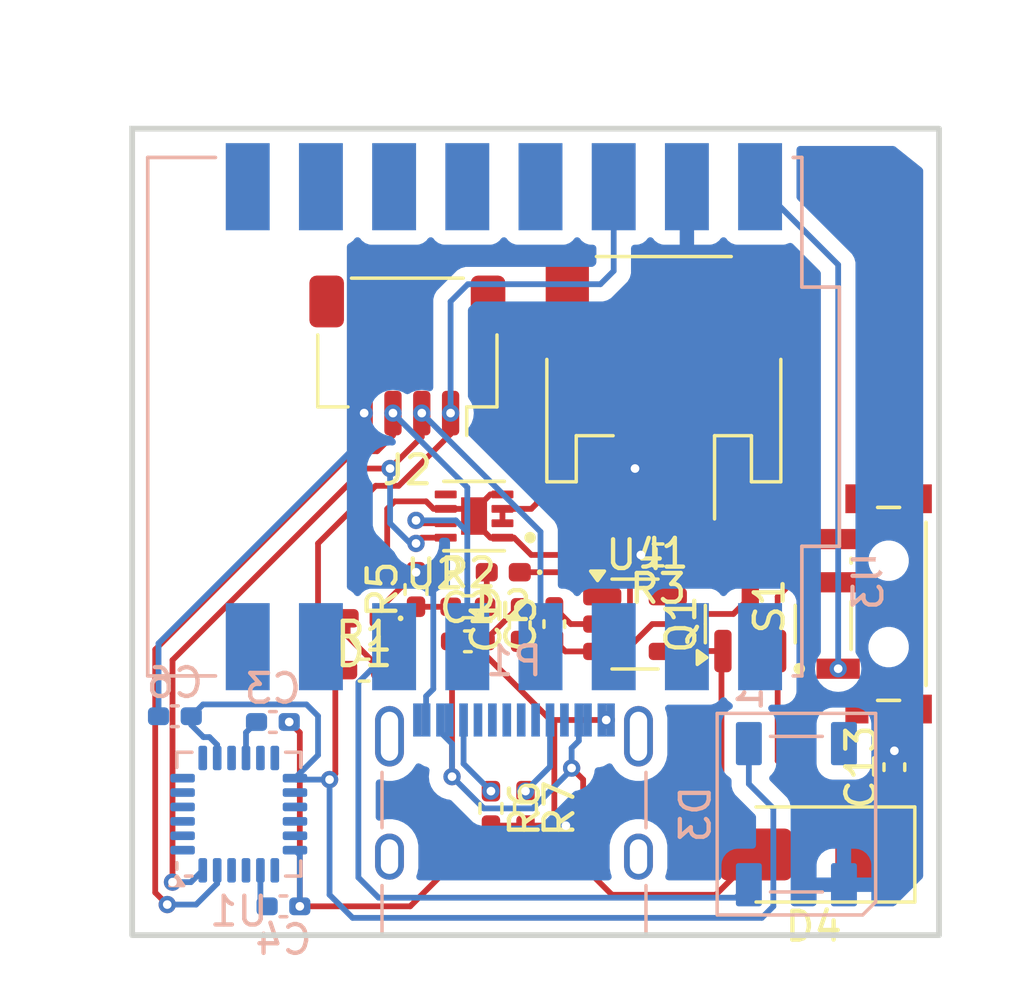
<source format=kicad_pcb>
(kicad_pcb (version 20240108) (generator "pcbnew") (generator_version "8.0")
  (layers (0 "F.Cu" signal) (31 "B.Cu" signal) (34 "B.Paste" user) (35 "F.Paste" user) (36 "B.SilkS" user "B.Silkscreen") (37 "F.SilkS" user "F.Silkscreen") (38 "B.Mask" user) (39 "F.Mask" user) (44 "Edge.Cuts" user))
  (net 0 "")
  (net 1 "SDA")
  (net 2 "SCL")
  (net 3 "+3V3")
  (net 4 "Net-(P1-CC2)")
  (net 5 "Net-(U1-REGOUT)")
  (net 6 "GND")
  (net 7 "Net-(U1-CPOUT)")
  (net 8 "Net-(P1-CC1)")
  (net 9 "+5V")
  (net 10 "+BATT")
  (net 11 "Net-(D2-K)")
  (net 12 "Net-(U4-PROG)")
  (net 26 "VBUS")
  (net 27 "Net-(D1-A)")
  (net 28 "Net-(D2-A)")
  (net 34 "RGB")
  (net 53 "Net-(S1-Pad1)")
  (footprint "Resistor_SMD:R_0402_1005Metric_Pad0.72x0.64mm_HandSolder" (layer "F.Cu") (at 39.2 49 -90)
    (property "Reference" "R7" (at 0 -1.17 90) (layer "F.SilkS"))
    (property "Value" "5.1K")
    (fp_line (start -0.167621 0.38) (end 0.167621 0.38) (stroke (width 0.12)) (layer "F.SilkS"))
    (fp_line (start -0.167621 -0.38) (end 0.167621 -0.38) (stroke (width 0.12)) (layer "F.SilkS"))
    (pad "1" smd roundrect (at -0.5975 0 270) (size 0.715 0.64) (layers "F.Cu" "F.Paste" "F.Mask") (net 8 "Net-(P1-CC1)"))
    (pad "2" smd roundrect (at 0.5975 0 270) (size 0.715 0.64) (layers "F.Cu" "F.Paste" "F.Mask") (net 6 "GND"))
  )
  (footprint "Package_TO_SOT_SMD:SOT-23" (layer "F.Cu") (at 47 42.6 90)
    (property "Reference" "Q1" (at 0 -2.4 90) (layer "F.SilkS"))
    (property "Value" "AO3401A")
    (fp_line (start 0 -1.56) (end 0.65 -1.56) (stroke (width 0.12)) (layer "F.SilkS"))
    (fp_line (start 0 -1.56) (end -0.65 -1.56) (stroke (width 0.12)) (layer "F.SilkS"))
    (fp_line (start 0 1.56) (end 0.65 1.56) (stroke (width 0.12)) (layer "F.SilkS"))
    (fp_line (start 0 1.56) (end -0.65 1.56) (stroke (width 0.12)) (layer "F.SilkS"))
    (fp_poly (pts (xy -1.1625 -1.51) (xy -1.4025 -1.84) (xy -0.9225 -1.84) (xy -1.1625 -1.51)) (stroke (width 0.12)) (fill solid) (layer "F.SilkS"))
    (pad "1" smd roundrect (at -0.9375 -0.95 90) (size 1.475 0.6) (layers "F.Cu" "F.Paste" "F.Mask") (net 26 "VBUS"))
    (pad "2" smd roundrect (at -0.9375 0.95 90) (size 1.475 0.6) (layers "F.Cu" "F.Paste" "F.Mask") (net 9 "+5V"))
    (pad "3" smd roundrect (at 0.9375 0 90) (size 1.475 0.6) (layers "F.Cu" "F.Paste" "F.Mask") (net 10 "+BATT"))
  )
  (footprint "Connector_JST:JST_SH_SM04B-SRSS-TB_1x04-1MP_P1.00mm_Horizontal" (layer "F.Cu") (at 35.1 33.275 180)
    (property "Reference" "J2" (at 0 -3.98 0) (layer "F.SilkS"))
    (property "Value" "Sh 1.0")
    (fp_line (start 3.11 0.715) (end 3.11 -1.785) (stroke (width 0.12)) (layer "F.SilkS"))
    (fp_line (start 3.11 -1.785) (end 2.06 -1.785) (stroke (width 0.12)) (layer "F.SilkS"))
    (fp_line (start -1.94 2.685) (end 1.94 2.685) (stroke (width 0.12)) (layer "F.SilkS"))
    (fp_line (start -2.06 -1.785) (end -2.06 -2.775) (stroke (width 0.12)) (layer "F.SilkS"))
    (fp_line (start -3.11 0.715) (end -3.11 -1.785) (stroke (width 0.12)) (layer "F.SilkS"))
    (fp_line (start -3.11 -1.785) (end -2.06 -1.785) (stroke (width 0.12)) (layer "F.SilkS"))
    (pad "1" smd roundrect (at -1.5 -2 180) (size 0.6 1.55) (layers "F.Cu" "F.Paste" "F.Mask") (net 3 "+3V3"))
    (pad "2" smd roundrect (at -0.5 -2 180) (size 0.6 1.55) (layers "F.Cu" "F.Paste" "F.Mask") (net 1 "SDA"))
    (pad "3" smd roundrect (at 0.5 -2 180) (size 0.6 1.55) (layers "F.Cu" "F.Paste" "F.Mask") (net 2 "SCL"))
    (pad "4" smd roundrect (at 1.5 -2 180) (size 0.6 1.55) (layers "F.Cu" "F.Paste" "F.Mask") (net 6 "GND"))
    (pad "MP" smd roundrect (at -2.8 1.875 180) (size 1.2 1.8) (layers "F.Cu" "F.Paste" "F.Mask") (roundrect_rratio 0.208333))
    (pad "MP" smd roundrect (at 2.8 1.875 180) (size 1.2 1.8) (layers "F.Cu" "F.Paste" "F.Mask") (roundrect_rratio 0.208333))
  )
  (footprint "Capacitor_SMD:C_0402_1005Metric_Pad0.74x0.62mm_HandSolder" (layer "F.Cu") (at 40.2 42.6 90)
    (property "Reference" "C5" (at 0 -1.16 90) (layer "F.SilkS"))
    (property "Value" "4.7uF")
    (fp_line (start -0.115835 -0.36) (end 0.115835 -0.36) (stroke (width 0.12)) (layer "F.SilkS"))
    (fp_line (start -0.115835 0.36) (end 0.115835 0.36) (stroke (width 0.12)) (layer "F.SilkS"))
    (pad "1" smd roundrect (at -0.5675 0 90) (size 0.735 0.62) (layers "F.Cu" "F.Paste" "F.Mask") (net 10 "+BATT"))
    (pad "2" smd roundrect (at 0.5675 0 90) (size 0.735 0.62) (layers "F.Cu" "F.Paste" "F.Mask") (net 6 "GND"))
  )
  (footprint "LED_SMD:LED_0402_1005Metric_Pad0.77x0.64mm_HandSolder" (layer "F.Cu") (at 33.6 42.4 180)
    (property "Reference" "D1" (at 0 -1.17 0) (layer "F.SilkS"))
    (property "Value" "LED")
    (fp_circle (center -1.265 0) (end -1.215 0) (stroke (width 0.1)) (fill none) (layer "F.SilkS"))
    (pad "1" smd roundrect (at -0.5725 0 180) (size 0.765 0.64) (layers "F.Cu" "F.Paste" "F.Mask") (net 6 "GND"))
    (pad "2" smd roundrect (at 0.5725 0 180) (size 0.765 0.64) (layers "F.Cu" "F.Paste" "F.Mask") (net 27 "Net-(D1-A)"))
  )
  (footprint "Diode_SMD:D_SMA" (layer "F.Cu") (at 49.2 50.6 180)
    (property "Reference" "D4" (at 0 -2.5 0) (layer "F.SilkS"))
    (property "Value" "SS34")
    (fp_line (start -3.51 1.65) (end 2 1.65) (stroke (width 0.12)) (layer "F.SilkS"))
    (fp_line (start -3.51 -1.65) (end 2 -1.65) (stroke (width 0.12)) (layer "F.SilkS"))
    (fp_line (start -3.51 -1.65) (end -3.51 1.65) (stroke (width 0.12)) (layer "F.SilkS"))
    (pad "1" smd roundrect (at -2 0 180) (size 2.5 1.8) (layers "F.Cu" "F.Paste" "F.Mask") (roundrect_rratio 0.1388888889) (net 9 "+5V"))
    (pad "2" smd roundrect (at 2 0 180) (size 2.5 1.8) (layers "F.Cu" "F.Paste" "F.Mask") (roundrect_rratio 0.1388888889) (net 26 "VBUS"))
  )
  (footprint "Resistor_SMD:R_0402_1005Metric_Pad0.72x0.64mm_HandSolder" (layer "F.Cu") (at 37.2 42)
    (property "Reference" "R2" (at 0 -1.17 0) (layer "F.SilkS"))
    (property "Value" "1K")
    (fp_line (start -0.167621 -0.38) (end 0.167621 -0.38) (stroke (width 0.12)) (layer "F.SilkS"))
    (fp_line (start -0.167621 0.38) (end 0.167621 0.38) (stroke (width 0.12)) (layer "F.SilkS"))
    (pad "1" smd roundrect (at -0.5975 0) (size 0.715 0.64) (layers "F.Cu" "F.Paste" "F.Mask") (net 26 "VBUS"))
    (pad "2" smd roundrect (at 0.5975 0) (size 0.715 0.64) (layers "F.Cu" "F.Paste" "F.Mask") (net 28 "Net-(D2-A)"))
  )
  (footprint "LED_SMD:LED_0402_1005Metric_Pad0.77x0.64mm_HandSolder" (layer "F.Cu") (at 38.4275 40.8 180)
    (property "Reference" "D2" (at 0 -1.17 0) (layer "F.SilkS"))
    (property "Value" "LED")
    (fp_circle (center -1.265 0) (end -1.215 0) (stroke (width 0.1)) (fill none) (layer "F.SilkS"))
    (pad "1" smd roundrect (at -0.5725 0 180) (size 0.765 0.64) (layers "F.Cu" "F.Paste" "F.Mask") (net 11 "Net-(D2-K)"))
    (pad "2" smd roundrect (at 0.5725 0 180) (size 0.765 0.64) (layers "F.Cu" "F.Paste" "F.Mask") (net 28 "Net-(D2-A)"))
  )
  (footprint "Connector_JST:JST_PH_S2B-PH-SM4-TB_1x02-1MP_P2.00mm_Horizontal" (layer "F.Cu") (at 44 34.35 180)
    (property "Reference" "J1" (at 0 -5.8 0) (layer "F.SilkS"))
    (property "Value" "Ph 2.0")
    (fp_line (start 4.06 0.94) (end 4.06 -3.31) (stroke (width 0.12)) (layer "F.SilkS"))
    (fp_line (start 4.06 -3.31) (end 3.04 -3.31) (stroke (width 0.12)) (layer "F.SilkS"))
    (fp_line (start 3.04 -1.71) (end 1.76 -1.71) (stroke (width 0.12)) (layer "F.SilkS"))
    (fp_line (start 3.04 -3.31) (end 3.04 -1.71) (stroke (width 0.12)) (layer "F.SilkS"))
    (fp_line (start -1.76 -1.71) (end -1.76 -4.6) (stroke (width 0.12)) (layer "F.SilkS"))
    (fp_line (start -2.34 4.51) (end 2.34 4.51) (stroke (width 0.12)) (layer "F.SilkS"))
    (fp_line (start -3.04 -1.71) (end -1.76 -1.71) (stroke (width 0.12)) (layer "F.SilkS"))
    (fp_line (start -3.04 -3.31) (end -3.04 -1.71) (stroke (width 0.12)) (layer "F.SilkS"))
    (fp_line (start -4.06 0.94) (end -4.06 -3.31) (stroke (width 0.12)) (layer "F.SilkS"))
    (fp_line (start -4.06 -3.31) (end -3.04 -3.31) (stroke (width 0.12)) (layer "F.SilkS"))
    (pad "1" smd roundrect (at -1 -2.85 180) (size 1 3.5) (layers "F.Cu" "F.Paste" "F.Mask") (net 10 "+BATT"))
    (pad "2" smd roundrect (at 1 -2.85 180) (size 1 3.5) (layers "F.Cu" "F.Paste" "F.Mask") (net 6 "GND"))
    (pad "MP" smd roundrect (at -3.35 2.9 180) (size 1.5 3.4) (layers "F.Cu" "F.Paste" "F.Mask") (roundrect_rratio 0.166667))
    (pad "MP" smd roundrect (at 3.35 2.9 180) (size 1.5 3.4) (layers "F.Cu" "F.Paste" "F.Mask") (roundrect_rratio 0.166667))
  )
  (footprint "Resistor_SMD:R_0402_1005Metric_Pad0.72x0.64mm_HandSolder" (layer "F.Cu") (at 33.6 44.2)
    (property "Reference" "R1" (at 0 -1.17 0) (layer "F.SilkS"))
    (property "Value" "1K")
    (fp_line (start -0.167621 -0.38) (end 0.167621 -0.38) (stroke (width 0.12)) (layer "F.SilkS"))
    (fp_line (start -0.167621 0.38) (end 0.167621 0.38) (stroke (width 0.12)) (layer "F.SilkS"))
    (pad "1" smd roundrect (at -0.5975 0) (size 0.715 0.64) (layers "F.Cu" "F.Paste" "F.Mask") (net 3 "+3V3"))
    (pad "2" smd roundrect (at 0.5975 0) (size 0.715 0.64) (layers "F.Cu" "F.Paste" "F.Mask") (net 27 "Net-(D1-A)"))
  )
  (footprint "Capacitor_SMD:C_0402_1005Metric_Pad0.74x0.62mm_HandSolder" (layer "F.Cu") (at 37.2 43.2)
    (property "Reference" "C2" (at 0 -1.16 0) (layer "F.SilkS"))
    (property "Value" "4.7uF")
    (fp_line (start -0.115835 -0.36) (end 0.115835 -0.36) (stroke (width 0.12)) (layer "F.SilkS"))
    (fp_line (start -0.115835 0.36) (end 0.115835 0.36) (stroke (width 0.12)) (layer "F.SilkS"))
    (pad "1" smd roundrect (at -0.5675 0) (size 0.735 0.62) (layers "F.Cu" "F.Paste" "F.Mask") (net 26 "VBUS"))
    (pad "2" smd roundrect (at 0.5675 0) (size 0.735 0.62) (layers "F.Cu" "F.Paste" "F.Mask") (net 6 "GND"))
  )
  (footprint "Custom:SON50P200X200X80-9N" (layer "F.Cu") (at 37.415 38.85 180)
    (property "Reference" "U2" (at 1.365 -2.017 0) (layer "F.SilkS"))
    (property "Value" "MAX17048G_T10")
    (fp_line (start -1.05 1.205) (end 1.05 1.205) (stroke (width 0.127)) (layer "F.SilkS"))
    (fp_line (start -1.05 -1.205) (end 1.05 -1.205) (stroke (width 0.127)) (layer "F.SilkS"))
    (fp_circle (center -1.945 -0.75) (end -1.845 -0.75) (stroke (width 0.2)) (fill none) (layer "F.SilkS"))
    (pad "1" smd roundrect (at -0.985 -0.75 180) (size 0.76 0.27) (layers "F.Cu" "F.Paste" "F.Mask") (roundrect_rratio 0.125) (net 6 "GND"))
    (pad "2" smd roundrect (at -0.985 -0.25 180) (size 0.76 0.27) (layers "F.Cu" "F.Paste" "F.Mask") (roundrect_rratio 0.125) (net 10 "+BATT"))
    (pad "3" smd roundrect (at -0.985 0.25 180) (size 0.76 0.27) (layers "F.Cu" "F.Paste" "F.Mask") (roundrect_rratio 0.125) (net 10 "+BATT"))
    (pad "4" smd roundrect (at -0.985 0.75 180) (size 0.76 0.27) (layers "F.Cu" "F.Paste" "F.Mask") (roundrect_rratio 0.125) (net 6 "GND"))
    (pad "5" smd roundrect (at 0.985 0.75 180) (size 0.76 0.27) (layers "F.Cu" "F.Paste" "F.Mask") (roundrect_rratio 0.125))
    (pad "6" smd roundrect (at 0.985 0.25 180) (size 0.76 0.27) (layers "F.Cu" "F.Paste" "F.Mask") (roundrect_rratio 0.125) (net 6 "GND"))
    (pad "7" smd roundrect (at 0.985 -0.25 180) (size 0.76 0.27) (layers "F.Cu" "F.Paste" "F.Mask") (roundrect_rratio 0.125) (net 2 "SCL"))
    (pad "8" smd roundrect (at 0.985 -0.75 180) (size 0.76 0.27) (layers "F.Cu" "F.Paste" "F.Mask") (roundrect_rratio 0.125) (net 1 "SDA"))
    (pad "9" smd rect (at 0 0 180) (size 0.9 1.3) (layers "F.Cu" "F.Mask") (net 6 "GND"))
  )
  (footprint "Capacitor_SMD:C_0402_1005Metric_Pad0.74x0.62mm_HandSolder" (layer "F.Cu") (at 39 42.6325 90)
    (property "Reference" "C1" (at 0 -1.16 90) (layer "F.SilkS"))
    (property "Value" "1.0uF")
    (fp_line (start -0.115835 -0.36) (end 0.115835 -0.36) (stroke (width 0.12)) (layer "F.SilkS"))
    (fp_line (start -0.115835 0.36) (end 0.115835 0.36) (stroke (width 0.12)) (layer "F.SilkS"))
    (pad "1" smd roundrect (at -0.5675 0 90) (size 0.735 0.62) (layers "F.Cu" "F.Paste" "F.Mask") (net 10 "+BATT"))
    (pad "2" smd roundrect (at 0.5675 0 90) (size 0.735 0.62) (layers "F.Cu" "F.Paste" "F.Mask") (net 6 "GND"))
  )
  (footprint "Package_TO_SOT_SMD:SOT-23-5" (layer "F.Cu") (at 43 42.6)
    (property "Reference" "U4" (at 0 -2.4 0) (layer "F.SilkS"))
    (property "Value" "MCP73831-2-OT")
    (fp_line (start 0 -1.56) (end -0.8 -1.56) (stroke (width 0.12)) (layer "F.SilkS"))
    (fp_line (start 0 -1.56) (end 0.8 -1.56) (stroke (width 0.12)) (layer "F.SilkS"))
    (fp_line (start 0 1.56) (end -0.8 1.56) (stroke (width 0.12)) (layer "F.SilkS"))
    (fp_line (start 0 1.56) (end 0.8 1.56) (stroke (width 0.12)) (layer "F.SilkS"))
    (fp_poly (pts (xy -1.3 -1.51) (xy -1.54 -1.84) (xy -1.06 -1.84) (xy -1.3 -1.51)) (stroke (width 0.12)) (fill solid) (layer "F.SilkS"))
    (pad "1" smd roundrect (at -1.1375 -0.95) (size 1.325 0.6) (layers "F.Cu" "F.Paste" "F.Mask") (net 11 "Net-(D2-K)"))
    (pad "2" smd roundrect (at -1.1375 0) (size 1.325 0.6) (layers "F.Cu" "F.Paste" "F.Mask") (net 6 "GND"))
    (pad "3" smd roundrect (at -1.1375 0.95) (size 1.325 0.6) (layers "F.Cu" "F.Paste" "F.Mask") (net 10 "+BATT"))
    (pad "4" smd roundrect (at 1.1375 0.95) (size 1.325 0.6) (layers "F.Cu" "F.Paste" "F.Mask") (net 26 "VBUS"))
    (pad "5" smd roundrect (at 1.1375 -0.95) (size 1.325 0.6) (layers "F.Cu" "F.Paste" "F.Mask") (net 12 "Net-(U4-PROG)"))
  )
  (footprint "Custom:SW_SSSS811101" (layer "F.Cu") (at 51.8 41.9 90)
    (property "Reference" "S1" (at -0.075 -4.135 90) (layer "F.SilkS"))
    (property "Value" "SSSS811101")
    (fp_line (start 1.42 -1.3) (end 1.58 -1.3) (stroke (width 0.127)) (layer "F.SilkS"))
    (fp_line (start -1.58 -1.3) (end 0.08 -1.3) (stroke (width 0.127)) (layer "F.SilkS"))
    (fp_line (start 3.35 0.38) (end 3.35 -0.38) (stroke (width 0.127)) (layer "F.SilkS"))
    (fp_line (start -3.35 0.38) (end -3.35 -0.38) (stroke (width 0.127)) (layer "F.SilkS"))
    (fp_line (start 2.83 1.3) (end -2.83 1.3) (stroke (width 0.127)) (layer "F.SilkS"))
    (fp_circle (center -2.25 -3.1) (end -2.15 -3.1) (stroke (width 0.2)) (fill none) (layer "F.SilkS"))
    (pad "" np_thru_hole circle (at -1.5 0 90) (size 0.9 0.9) (drill 0.9) (layers "*.Cu" "*.Mask"))
    (pad "" np_thru_hole circle (at 1.5 0 90) (size 0.9 0.9) (drill 0.9) (layers "*.Cu" "*.Mask"))
    (pad "1" smd rect (at -2.25 -1.75 90) (size 0.7 1.5) (layers "F.Cu" "F.Paste" "F.Mask") (net 53 "Net-(S1-Pad1)"))
    (pad "2" smd rect (at 0.75 -1.75 90) (size 0.7 1.5) (layers "F.Cu" "F.Paste" "F.Mask") (net 9 "+5V"))
    (pad "3" smd rect (at 2.25 -1.75 90) (size 0.7 1.5) (layers "F.Cu" "F.Paste" "F.Mask"))
    (pad "SH1" smd rect (at -3.65 -1.1 90) (size 1 0.8) (layers "F.Cu" "F.Paste" "F.Mask"))
    (pad "SH2" smd rect (at 3.65 -1.1 90) (size 1 0.8) (layers "F.Cu" "F.Paste" "F.Mask"))
    (pad "SH3" smd rect (at -3.65 1.1 90) (size 1 0.8) (layers "F.Cu" "F.Paste" "F.Mask"))
    (pad "SH4" smd rect (at 3.65 1.1 90) (size 1 0.8) (layers "F.Cu" "F.Paste" "F.Mask"))
  )
  (footprint "Capacitor_SMD:C_0402_1005Metric_Pad0.74x0.62mm_HandSolder" (layer "F.Cu") (at 52 47.5675 90)
    (property "Reference" "C13" (at 0 -1.16 90) (layer "F.SilkS"))
    (property "Value" "1.0uF")
    (fp_line (start -0.115835 -0.36) (end 0.115835 -0.36) (stroke (width 0.12)) (layer "F.SilkS"))
    (fp_line (start -0.115835 0.36) (end 0.115835 0.36) (stroke (width 0.12)) (layer "F.SilkS"))
    (pad "1" smd roundrect (at -0.5675 0 90) (size 0.735 0.62) (layers "F.Cu" "F.Paste" "F.Mask") (net 9 "+5V"))
    (pad "2" smd roundrect (at 0.5675 0 90) (size 0.735 0.62) (layers "F.Cu" "F.Paste" "F.Mask") (net 6 "GND"))
  )
  (footprint "Resistor_SMD:R_0402_1005Metric_Pad0.72x0.64mm_HandSolder" (layer "F.Cu") (at 43.8 40.2 180)
    (property "Reference" "R3" (at 0 -1.17 0) (layer "F.SilkS"))
    (property "Value" "2K")
    (fp_line (start -0.167621 0.38) (end 0.167621 0.38) (stroke (width 0.12)) (layer "F.SilkS"))
    (fp_line (start -0.167621 -0.38) (end 0.167621 -0.38) (stroke (width 0.12)) (layer "F.SilkS"))
    (pad "1" smd roundrect (at -0.5975 0 180) (size 0.715 0.64) (layers "F.Cu" "F.Paste" "F.Mask") (net 12 "Net-(U4-PROG)"))
    (pad "2" smd roundrect (at 0.5975 0 180) (size 0.715 0.64) (layers "F.Cu" "F.Paste" "F.Mask") (net 6 "GND"))
  )
  (footprint "Resistor_SMD:R_0402_1005Metric_Pad0.72x0.64mm_HandSolder" (layer "F.Cu") (at 38 49 -90)
    (property "Reference" "R6" (at 0 -1.17 90) (layer "F.SilkS"))
    (property "Value" "5.1K")
    (fp_line (start -0.167621 0.38) (end 0.167621 0.38) (stroke (width 0.12)) (layer "F.SilkS"))
    (fp_line (start -0.167621 -0.38) (end 0.167621 -0.38) (stroke (width 0.12)) (layer "F.SilkS"))
    (pad "1" smd roundrect (at -0.5975 0 270) (size 0.715 0.64) (layers "F.Cu" "F.Paste" "F.Mask") (net 4 "Net-(P1-CC2)"))
    (pad "2" smd roundrect (at 0.5975 0 270) (size 0.715 0.64) (layers "F.Cu" "F.Paste" "F.Mask") (net 6 "GND"))
  )
  (footprint "Resistor_SMD:R_0402_1005Metric_Pad0.72x0.64mm_HandSolder" (layer "F.Cu") (at 35.4 41.4 90)
    (property "Reference" "R5" (at 0 -1.17 90) (layer "F.SilkS"))
    (property "Value" "10K")
    (fp_line (start -0.167621 -0.38) (end 0.167621 -0.38) (stroke (width 0.12)) (layer "F.SilkS"))
    (fp_line (start -0.167621 0.38) (end 0.167621 0.38) (stroke (width 0.12)) (layer "F.SilkS"))
    (pad "1" smd roundrect (at -0.5975 0 90) (size 0.715 0.64) (layers "F.Cu" "F.Paste" "F.Mask") (net 26 "VBUS"))
    (pad "2" smd roundrect (at 0.5975 0 90) (size 0.715 0.64) (layers "F.Cu" "F.Paste" "F.Mask") (net 6 "GND"))
  )
  (footprint "Capacitor_SMD:C_0402_1005Metric_Pad0.74x0.62mm_HandSolder" (layer "B.Cu") (at 30.4325 46 180)
    (property "Reference" "C3" (at 0 1.16 0) (layer "B.SilkS") (effects (justify mirror)))
    (property "Value" "2.2nF")
    (fp_line (start 0.115835 0.36) (end -0.115835 0.36) (stroke (width 0.12)) (layer "B.SilkS"))
    (fp_line (start 0.115835 -0.36) (end -0.115835 -0.36) (stroke (width 0.12)) (layer "B.SilkS"))
    (pad "1" smd roundrect (at -0.5675 0 180) (size 0.735 0.62) (layers "B.Cu" "B.Paste" "B.Mask") (net 6 "GND"))
    (pad "2" smd roundrect (at 0.5675 0 180) (size 0.735 0.62) (layers "B.Cu" "B.Paste" "B.Mask") (net 5 "Net-(U1-REGOUT)"))
  )
  (footprint "LED_SMD:LED_WS2812B_PLCC4_5.0x5.0mm_P3.2mm" (layer "B.Cu") (at 48.6 49.2 -90)
    (property "Reference" "D3" (at 0 3.5 90) (layer "B.SilkS") (effects (justify mirror)))
    (property "Value" "WS2812B")
    (fp_line (start 3.5 2.75) (end -3.5 2.75) (stroke (width 0.12)) (layer "B.SilkS"))
    (fp_line (start 3.5 2.75) (end 3.5 -2.3) (stroke (width 0.12)) (layer "B.SilkS"))
    (fp_line (start -2.7 0.9) (end -2.7 -0.9) (stroke (width 0.12)) (layer "B.SilkS"))
    (fp_line (start 2.7 0.9) (end 2.7 -0.9) (stroke (width 0.12)) (layer "B.SilkS"))
    (fp_line (start 3.5 -2.3) (end 3.05 -2.75) (stroke (width 0.12)) (layer "B.SilkS"))
    (fp_line (start -3.5 -2.75) (end -3.5 2.75) (stroke (width 0.12)) (layer "B.SilkS"))
    (fp_line (start 3.05 -2.75) (end -3.5 -2.75) (stroke (width 0.12)) (layer "B.SilkS"))
    (fp_text user "1" (at -4 1.6 90) (layer "B.SilkS") (effects (font (size 0.8 0.8)) (justify mirror)))
    (pad "1" smd roundrect (at -2.45 1.65 270) (size 1.5 0.9) (layers "B.Cu" "B.Paste" "B.Mask") (roundrect_rratio 0.1) (net 3 "+3V3"))
    (pad "2" smd roundrect (at -2.45 -1.65 270) (size 1.5 0.9) (layers "B.Cu" "B.Paste" "B.Mask") (roundrect_rratio 0.1))
    (pad "3" smd roundrect (at 2.45 -1.65 270) (size 1.5 0.9) (layers "B.Cu" "B.Paste" "B.Mask") (roundrect_rratio 0.1) (net 6 "GND"))
    (pad "4" smd roundrect (at 2.45 1.65 270) (size 1.5 0.9) (layers "B.Cu" "B.Paste" "B.Mask") (roundrect_rratio 0.1) (net 34 "RGB"))
  )
  (footprint "Sensor_Motion:InvenSense_QFN-24_4x4mm_P0.5mm" (layer "B.Cu") (at 29.25 49.2)
    (property "Reference" "U1" (at 0 3.375 0) (layer "B.SilkS") (effects (justify mirror)))
    (property "Value" "MPU-6050")
    (fp_line (start -2.15 -1.625) (end -2.15 -2.15) (stroke (width 0.12)) (layer "B.SilkS"))
    (fp_line (start -2.15 1.91) (end -2.15 1.685) (stroke (width 0.12)) (layer "B.SilkS"))
    (fp_line (start -1.85 2.15) (end -1.625 2.15) (stroke (width 0.12)) (layer "B.SilkS"))
    (fp_line (start -1.625 -2.15) (end -2.15 -2.15) (stroke (width 0.12)) (layer "B.SilkS"))
    (fp_line (start 1.625 -2.15) (end 2.15 -2.15) (stroke (width 0.12)) (layer "B.SilkS"))
    (fp_line (start 1.625 2.15) (end 2.15 2.15) (stroke (width 0.12)) (layer "B.SilkS"))
    (fp_line (start 2.15 -1.625) (end 2.15 -2.15) (stroke (width 0.12)) (layer "B.SilkS"))
    (fp_line (start 2.15 1.625) (end 2.15 2.15) (stroke (width 0.12)) (layer "B.SilkS"))
    (fp_poly (pts (xy -2.15 2.15) (xy -2.39 2.48) (xy -1.91 2.48) (xy -2.15 2.15)) (stroke (width 0.12)) (fill solid) (layer "B.SilkS"))
    (pad "1" smd roundrect (at -1.95 1.25) (size 0.85 0.3) (layers "B.Cu" "B.Paste" "B.Mask"))
    (pad "2" smd roundrect (at -1.95 0.75) (size 0.85 0.3) (layers "B.Cu" "B.Paste" "B.Mask"))
    (pad "3" smd roundrect (at -1.95 0.25) (size 0.85 0.3) (layers "B.Cu" "B.Paste" "B.Mask"))
    (pad "4" smd roundrect (at -1.95 -0.25) (size 0.85 0.3) (layers "B.Cu" "B.Paste" "B.Mask"))
    (pad "5" smd roundrect (at -1.95 -0.75) (size 0.85 0.3) (layers "B.Cu" "B.Paste" "B.Mask"))
    (pad "6" smd roundrect (at -1.95 -1.25) (size 0.85 0.3) (layers "B.Cu" "B.Paste" "B.Mask"))
    (pad "7" smd roundrect (at -1.25 -1.95 270) (size 0.85 0.3) (layers "B.Cu" "B.Paste" "B.Mask"))
    (pad "8" smd roundrect (at -0.75 -1.95 270) (size 0.85 0.3) (layers "B.Cu" "B.Paste" "B.Mask") (net 3 "+3V3"))
    (pad "9" smd roundrect (at -0.25 -1.95 270) (size 0.85 0.3) (layers "B.Cu" "B.Paste" "B.Mask"))
    (pad "10" smd roundrect (at 0.25 -1.95 270) (size 0.85 0.3) (layers "B.Cu" "B.Paste" "B.Mask") (net 5 "Net-(U1-REGOUT)"))
    (pad "11" smd roundrect (at 0.75 -1.95 270) (size 0.85 0.3) (layers "B.Cu" "B.Paste" "B.Mask"))
    (pad "12" smd roundrect (at 1.25 -1.95 270) (size 0.85 0.3) (layers "B.Cu" "B.Paste" "B.Mask"))
    (pad "13" smd roundrect (at 1.95 -1.25) (size 0.85 0.3) (layers "B.Cu" "B.Paste" "B.Mask") (net 3 "+3V3"))
    (pad "14" smd roundrect (at 1.95 -0.75) (size 0.85 0.3) (layers "B.Cu" "B.Paste" "B.Mask"))
    (pad "15" smd roundrect (at 1.95 -0.25) (size 0.85 0.3) (layers "B.Cu" "B.Paste" "B.Mask"))
    (pad "16" smd roundrect (at 1.95 0.25) (size 0.85 0.3) (layers "B.Cu" "B.Paste" "B.Mask"))
    (pad "17" smd roundrect (at 1.95 0.75) (size 0.85 0.3) (layers "B.Cu" "B.Paste" "B.Mask"))
    (pad "18" smd roundrect (at 1.95 1.25) (size 0.85 0.3) (layers "B.Cu" "B.Paste" "B.Mask") (net 6 "GND"))
    (pad "19" smd roundrect (at 1.25 1.95 270) (size 0.85 0.3) (layers "B.Cu" "B.Paste" "B.Mask"))
    (pad "20" smd roundrect (at 0.75 1.95 270) (size 0.85 0.3) (layers "B.Cu" "B.Paste" "B.Mask") (net 7 "Net-(U1-CPOUT)"))
    (pad "21" smd roundrect (at 0.25 1.95 270) (size 0.85 0.3) (layers "B.Cu" "B.Paste" "B.Mask"))
    (pad "22" smd roundrect (at -0.25 1.95 270) (size 0.85 0.3) (layers "B.Cu" "B.Paste" "B.Mask"))
    (pad "23" smd roundrect (at -0.75 1.95 270) (size 0.85 0.3) (layers "B.Cu" "B.Paste" "B.Mask") (net 2 "SCL"))
    (pad "24" smd roundrect (at -1.25 1.95 270) (size 0.85 0.3) (layers "B.Cu" "B.Paste" "B.Mask") (net 1 "SDA"))
    (zone (net 0) (net_name "") (layer "B.Cu") (connect_pads (clearance 0)) (min_thickness 0.254)
      (keepout (tracks not_allowed) (vias not_allowed) (pads not_allowed) (copperpour not_allowed) (footprints allowed))
      (fill (thermal_gap 0.508) (thermal_bridge_width 0.508))
      (polygon (pts (xy 27.875 50.525) (xy 30.625 50.525) (xy 30.625 47.875) (xy 27.875 47.875)))
    )
  )
  (footprint "Connector_USB:USB_C_Receptacle_XKB_U262-16XN-4BVC11" (layer "B.Cu") (at 38.8 49.6 180)
    (property "Reference" "P1" (at 0 5.715 0) (layer "B.SilkS") (effects (justify mirror)))
    (property "Value" "USB_C_Plug_USB2.0")
    (fp_line (start 4.58 1.85) (end 4.58 -0.07) (stroke (width 0.12)) (layer "B.SilkS"))
    (fp_line (start 4.58 -3.785) (end 4.58 -2.08) (stroke (width 0.12)) (layer "B.SilkS"))
    (fp_line (start -4.58 -0.07) (end -4.58 1.85) (stroke (width 0.12)) (layer "B.SilkS"))
    (fp_line (start -4.58 -2.08) (end -4.58 -3.785) (stroke (width 0.12)) (layer "B.SilkS"))
    (fp_line (start -4.58 -3.785) (end 4.58 -3.785) (stroke (width 0.12)) (layer "B.SilkS"))
    (pad "" np_thru_hole circle (at -2.89 2.605 180) (size 0.65 0.65) (drill 0.65) (layers "*.Cu" "*.Mask"))
    (pad "" np_thru_hole circle (at 2.89 2.605 180) (size 0.65 0.65) (drill 0.65) (layers "*.Cu" "*.Mask"))
    (pad "A1" smd rect (at -3.35 3.67 180) (size 0.3 1.15) (layers "B.Cu" "B.Paste" "B.Mask") (net 6 "GND"))
    (pad "A4" smd rect (at -2.55 3.67 180) (size 0.3 1.15) (layers "B.Cu" "B.Paste" "B.Mask") (net 26 "VBUS"))
    (pad "A5" smd rect (at -1.25 3.67 180) (size 0.3 1.15) (layers "B.Cu" "B.Paste" "B.Mask") (net 8 "Net-(P1-CC1)"))
    (pad "A6" smd rect (at -0.25 3.67 180) (size 0.3 1.15) (layers "B.Cu" "B.Paste" "B.Mask"))
    (pad "A7" smd rect (at 0.25 3.67 180) (size 0.3 1.15) (layers "B.Cu" "B.Paste" "B.Mask"))
    (pad "A8" smd rect (at 1.25 3.67 180) (size 0.3 1.15) (layers "B.Cu" "B.Paste" "B.Mask"))
    (pad "A9" smd rect (at 2.55 3.67 180) (size 0.3 1.15) (layers "B.Cu" "B.Paste" "B.Mask") (net 26 "VBUS"))
    (pad "A12" smd rect (at 3.35 3.67 180) (size 0.3 1.15) (layers "B.Cu" "B.Paste" "B.Mask") (net 6 "GND"))
    (pad "B1" smd rect (at 3.05 3.67 180) (size 0.3 1.15) (layers "B.Cu" "B.Paste" "B.Mask") (net 6 "GND"))
    (pad "B4" smd rect (at 2.25 3.67 180) (size 0.3 1.15) (layers "B.Cu" "B.Paste" "B.Mask") (net 26 "VBUS"))
    (pad "B5" smd rect (at 1.75 3.67 180) (size 0.3 1.15) (layers "B.Cu" "B.Paste" "B.Mask") (net 4 "Net-(P1-CC2)"))
    (pad "B6" smd rect (at 0.75 3.67 180) (size 0.3 1.15) (layers "B.Cu" "B.Paste" "B.Mask"))
    (pad "B7" smd rect (at -0.75 3.67 180) (size 0.3 1.15) (layers "B.Cu" "B.Paste" "B.Mask"))
    (pad "B8" smd rect (at -1.75 3.67 180) (size 0.3 1.15) (layers "B.Cu" "B.Paste" "B.Mask"))
    (pad "B9" smd rect (at -2.25 3.67 180) (size 0.3 1.15) (layers "B.Cu" "B.Paste" "B.Mask") (net 26 "VBUS"))
    (pad "B12" smd rect (at -3.05 3.67 180) (size 0.3 1.15) (layers "B.Cu" "B.Paste" "B.Mask") (net 6 "GND"))
    (pad "S1" thru_hole oval (at -4.32 -1.075 180) (size 1 1.6) (drill oval 0.6 1.2) (property pad_prop_heatsink) (layers "*.Cu" "*.Mask"))
    (pad "S1" thru_hole oval (at -4.32 3.105 180) (size 1 2.1) (drill oval 0.6 1.7) (property pad_prop_heatsink) (layers "*.Cu" "*.Mask"))
    (pad "S1" thru_hole oval (at 4.32 -1.075 180) (size 1 1.6) (drill oval 0.6 1.2) (property pad_prop_heatsink) (layers "*.Cu" "*.Mask"))
    (pad "S1" thru_hole oval (at 4.32 3.105 180) (size 1 2.1) (drill oval 0.6 1.7) (property pad_prop_heatsink) (layers "*.Cu" "*.Mask"))
  )
  (footprint "Capacitor_SMD:C_0402_1005Metric_Pad0.74x0.62mm_HandSolder" (layer "B.Cu") (at 27.0325 45.8 180)
    (property "Reference" "C6" (at 0 1.16 0) (layer "B.SilkS") (effects (justify mirror)))
    (property "Value" "1.0uF")
    (fp_line (start 0.115835 0.36) (end -0.115835 0.36) (stroke (width 0.12)) (layer "B.SilkS"))
    (fp_line (start 0.115835 -0.36) (end -0.115835 -0.36) (stroke (width 0.12)) (layer "B.SilkS"))
    (pad "1" smd roundrect (at -0.5675 0 180) (size 0.735 0.62) (layers "B.Cu" "B.Paste" "B.Mask") (net 3 "+3V3"))
    (pad "2" smd roundrect (at 0.5675 0 180) (size 0.735 0.62) (layers "B.Cu" "B.Paste" "B.Mask") (net 6 "GND"))
  )
  (footprint "Custom:ESP32C3_Supermini_SMD" (layer "B.Cu") (at 37.44 35.4 90)
    (property "Reference" "U3" (at -5.715 13.6525 90) (layer "B.SilkS") (effects (justify mirror)))
    (property "Value" "ESP32C3_SuperMini")
    (fp_line (start -9 -11.35) (end 9 -11.35) (stroke (width 0.127)) (layer "B.SilkS"))
    (fp_line (start 9 -9) (end 9 -11.35) (stroke (width 0.127)) (layer "B.SilkS"))
    (fp_line (start -9 -9) (end -9 -11.35) (stroke (width 0.127)) (layer "B.SilkS"))
    (fp_line (start 9 11.35) (end 9 11.05) (stroke (width 0.127)) (layer "B.SilkS"))
    (fp_line (start 4.5 11.35) (end 9 11.35) (stroke (width 0.127)) (layer "B.SilkS"))
    (fp_line (start 4.5 11.35) (end 4.5 12.65) (stroke (width 0.127)) (layer "B.SilkS"))
    (fp_line (start -4.5 11.35) (end -4.5 12.65) (stroke (width 0.127)) (layer "B.SilkS"))
    (fp_line (start -9 11.35) (end -9 11.05) (stroke (width 0.127)) (layer "B.SilkS"))
    (fp_line (start -9 11.35) (end -4.5 11.35) (stroke (width 0.127)) (layer "B.SilkS"))
    (fp_line (start -4.5 12.65) (end 4.5 12.65) (stroke (width 0.127)) (layer "B.SilkS"))
    (pad "0" smd rect (at 7.985 -7.88 90) (size 3.025 1.524) (layers "B.Cu" "B.Paste" "B.Mask"))
    (pad "1" smd rect (at 7.985 -5.34 90) (size 3.025 1.524) (layers "B.Cu" "B.Paste" "B.Mask"))
    (pad "2" smd rect (at 7.985 -2.8 90) (size 3.025 1.524) (layers "B.Cu" "B.Paste" "B.Mask"))
    (pad "3" smd rect (at 7.985 -0.26 90) (size 3.025 1.524) (layers "B.Cu" "B.Paste" "B.Mask"))
    (pad "3.3" smd rect (at 7.985 4.82 90) (size 3.025 1.524) (layers "B.Cu" "B.Paste" "B.Mask") (net 3 "+3V3"))
    (pad "4" smd rect (at 7.985 2.28 90) (size 3.025 1.524) (layers "B.Cu" "B.Paste" "B.Mask"))
    (pad "5" smd rect (at -7.985 9.9 90) (size 3.025 1.524) (layers "B.Cu" "B.Paste" "B.Mask"))
    (pad "5V" smd rect (at 7.985 9.9 90) (size 3.025 1.524) (layers "B.Cu" "B.Paste" "B.Mask") (net 53 "Net-(S1-Pad1)"))
    (pad "6" smd rect (at -7.985 7.36 90) (size 3.025 1.524) (layers "B.Cu" "B.Paste" "B.Mask"))
    (pad "7" smd rect (at -7.985 4.82 90) (size 3.025 1.524) (layers "B.Cu" "B.Paste" "B.Mask"))
    (pad "8" smd rect (at -7.985 2.28 90) (size 3.025 1.524) (layers "B.Cu" "B.Paste" "B.Mask") (net 1 "SDA"))
    (pad "9" smd rect (at -7.985 -0.26 90) (size 3.025 1.524) (layers "B.Cu" "B.Paste" "B.Mask") (net 2 "SCL"))
    (pad "10" smd rect (at -7.985 -2.8 90) (size 3.025 1.524) (layers "B.Cu" "B.Paste" "B.Mask") (net 34 "RGB"))
    (pad "20" smd rect (at -7.985 -5.34 90) (size 3.025 1.524) (layers "B.Cu" "B.Paste" "B.Mask"))
    (pad "21" smd rect (at -7.985 -7.88 90) (size 3.025 1.524) (layers "B.Cu" "B.Paste" "B.Mask"))
    (pad "G" smd rect (at 7.985 7.36 90) (size 3.025 1.524) (layers "B.Cu" "B.Paste" "B.Mask") (net 6 "GND"))
  )
  (footprint "Capacitor_SMD:C_0402_1005Metric_Pad0.74x0.62mm_HandSolder" (layer "B.Cu") (at 30.8 52.4)
    (property "Reference" "C4" (at 0 1.16 0) (layer "B.SilkS") (effects (justify mirror)))
    (property "Value" "0.1uF")
    (fp_line (start 0.115835 -0.36) (end -0.115835 -0.36) (stroke (width 0.12)) (layer "B.SilkS"))
    (fp_line (start 0.115835 0.36) (end -0.115835 0.36) (stroke (width 0.12)) (layer "B.SilkS"))
    (pad "1" smd roundrect (at -0.5675 0) (size 0.735 0.62) (layers "B.Cu" "B.Paste" "B.Mask") (net 7 "Net-(U1-CPOUT)"))
    (pad "2" smd roundrect (at 0.5675 0) (size 0.735 0.62) (layers "B.Cu" "B.Paste" "B.Mask") (net 6 "GND"))
  )
  (gr_rect (start 25.55 25.4) (end 53.55 53.4) (stroke (width 0.2)) (fill none) (layer "Edge.Cuts"))
  (segment (start 35.4 39.8) (end 35.6 39.6) (width 0.2) (layer "F.Cu") (net 1))
  (segment (start 26.95 43.85) (end 26.95 51.559998) (width 0.2) (layer "F.Cu") (net 1))
  (segment (start 34.5 37.2) (end 33.6 37.2) (width 0.2) (layer "F.Cu") (net 1))
  (segment (start 35.6 39.6) (end 36.43 39.6) (width 0.2) (layer "F.Cu") (net 1))
  (segment (start 35.6 35.275) (end 35.6 36.1) (width 0.2) (layer "F.Cu") (net 1))
  (segment (start 33.6 37.2) (end 26.95 43.85) (width 0.2) (layer "F.Cu") (net 1))
  (segment (start 35.6 36.1) (end 34.5 37.2) (width 0.2) (layer "F.Cu") (net 1))
  (via (at 34.5 37.2) (size 0.6) (drill 0.3) (layers "F.Cu" "B.Cu") (net 1))
  (via (at 35.6 35.275) (size 0.6) (drill 0.3) (layers "F.Cu" "B.Cu") (net 1))
  (via (at 35.4 39.8) (size 0.6) (drill 0.3) (layers "F.Cu" "B.Cu") (net 1))
  (via (at 26.95 51.559998) (size 0.6) (drill 0.3) (layers "F.Cu" "B.Cu") (net 1))
  (segment (start 34.5 39.1) (end 34.5 37.2) (width 0.2) (layer "B.Cu") (net 1))
  (segment (start 35.4 39.8) (end 35.2 39.8) (width 0.2) (layer "B.Cu") (net 1))
  (segment (start 35.2 39.8) (end 34.5 39.1) (width 0.2) (layer "B.Cu") (net 1))
  (segment (start 39.72 39.395) (end 35.6 35.275) (width 0.2) (layer "B.Cu") (net 1))
  (segment (start 39.72 43.385) (end 39.72 39.395) (width 0.2) (layer "B.Cu") (net 1))
  (segment (start 27.590002 51.559998) (end 28 51.15) (width 0.2) (layer "B.Cu") (net 1))
  (segment (start 26.95 51.559998) (end 27.590002 51.559998) (width 0.2) (layer "B.Cu") (net 1))
  (segment (start 34.6 36.049999) (end 34.6 35.275) (width 0.2) (layer "F.Cu") (net 2))
  (segment (start 36.43 39.1) (end 35.500003 39.1) (width 0.2) (layer "F.Cu") (net 2))
  (segment (start 33.236814 36.5975) (end 34.052499 36.5975) (width 0.2) (layer "F.Cu") (net 2))
  (segment (start 35.500003 39.1) (end 35.4 38.999997) (width 0.2) (layer "F.Cu") (net 2))
  (segment (start 26.35 43.484314) (end 33.236814 36.5975) (width 0.2) (layer "F.Cu") (net 2))
  (segment (start 34.052499 36.5975) (end 34.6 36.049999) (width 0.2) (layer "F.Cu") (net 2))
  (segment (start 26.767447 52.338894) (end 26.35 51.921447) (width 0.2) (layer "F.Cu") (net 2))
  (segment (start 26.35 51.921447) (end 26.35 43.484314) (width 0.2) (layer "F.Cu") (net 2))
  (via (at 34.6 35.275) (size 0.6) (drill 0.3) (layers "F.Cu" "B.Cu") (net 2))
  (via (at 26.767447 52.338894) (size 0.6) (drill 0.3) (layers "F.Cu" "B.Cu") (net 2))
  (via (at 35.4 38.999997) (size 0.6) (drill 0.3) (layers "F.Cu" "B.Cu") (net 2))
  (segment (start 27.768516 52.338894) (end 28.5 51.60741) (width 0.2) (layer "B.Cu") (net 2))
  (segment (start 37.18 37.855) (end 34.6 35.275) (width 0.2) (layer "B.Cu") (net 2))
  (segment (start 35.4 38.999997) (end 36.779997 38.999997) (width 0.2) (layer "B.Cu") (net 2))
  (segment (start 36.779997 38.999997) (end 37.18 39.4) (width 0.2) (layer "B.Cu") (net 2))
  (segment (start 28.5 51.60741) (end 28.5 51.15) (width 0.2) (layer "B.Cu") (net 2))
  (segment (start 37.18 39.4) (end 37.18 37.855) (width 0.2) (layer "B.Cu") (net 2))
  (segment (start 26.767447 52.338894) (end 27.768516 52.338894) (width 0.2) (layer "B.Cu") (net 2))
  (segment (start 37.18 43.385) (end 37.18 39.4) (width 0.2) (layer "B.Cu") (net 2))
  (segment (start 34 37.8) (end 32 39.8) (width 0.2) (layer "F.Cu") (net 3))
  (segment (start 32.6 47.8) (end 32.4 48) (width 0.2) (layer "F.Cu") (net 3))
  (segment (start 34.8 37.8) (end 34 37.8) (width 0.2) (layer "F.Cu") (net 3))
  (segment (start 36.6 36) (end 34.8 37.8) (width 0.2) (layer "F.Cu") (net 3))
  (segment (start 32 39.8) (end 32 43.1975) (width 0.2) (layer "F.Cu") (net 3))
  (segment (start 36.6 35.275) (end 36.6 36) (width 0.2) (layer "F.Cu") (net 3))
  (segment (start 33.0025 44.2) (end 32.6 44.6025) (width 0.2) (layer "F.Cu") (net 3))
  (segment (start 32 43.1975) (end 33.0025 44.2) (width 0.2) (layer "F.Cu") (net 3))
  (segment (start 32.6 44.6025) (end 32.6 47.8) (width 0.2) (layer "F.Cu") (net 3))
  (via (at 32.4 48) (size 0.6) (drill 0.3) (layers "F.Cu" "B.Cu") (net 3))
  (via (at 36.6 35.275) (size 0.6) (drill 0.3) (layers "F.Cu" "B.Cu") (net 3))
  (segment (start 46.95 48.15) (end 47.8 49) (width 0.2) (layer "B.Cu") (net 3))
  (segment (start 27.6 45.8) (end 27.6 46.1) (width 0.2) (layer "B.Cu") (net 3))
  (segment (start 28.23241 46.525) (end 28.5 46.79259) (width 0.2) (layer "B.Cu") (net 3))
  (segment (start 37.2 30.8) (end 36.6 31.4) (width 0.2) (layer "B.Cu") (net 3))
  (segment (start 41.8 30.8) (end 37.2 30.8) (width 0.2) (layer "B.Cu") (net 3))
  (segment (start 46.95 46.75) (end 46.95 48.15) (width 0.2) (layer "B.Cu") (net 3))
  (segment (start 28.025 46.525) (end 28.23241 46.525) (width 0.2) (layer "B.Cu") (net 3))
  (segment (start 32 45.792369) (end 31.597631 45.39) (width 0.2) (layer "B.Cu") (net 3))
  (segment (start 47.4 52.8) (end 33.2 52.8) (width 0.2) (layer "B.Cu") (net 3))
  (segment (start 31.25 48) (end 31.2 47.95) (width 0.2) (layer "B.Cu") (net 3))
  (segment (start 36.6 31.4) (end 36.6 35.275) (width 0.2) (layer "B.Cu") (net 3))
  (segment (start 32.4 52) (end 32.4 48) (width 0.2) (layer "B.Cu") (net 3))
  (segment (start 42.26 30.34) (end 41.8 30.8) (width 0.2) (layer "B.Cu") (net 3))
  (segment (start 47.8 49) (end 47.8 52.4) (width 0.2) (layer "B.Cu") (net 3))
  (segment (start 31.2 47.95) (end 32 47.15) (width 0.2) (layer "B.Cu") (net 3))
  (segment (start 47.8 52.4) (end 47.4 52.8) (width 0.2) (layer "B.Cu") (net 3))
  (segment (start 28.5 46.79259) (end 28.5 47.25) (width 0.2) (layer "B.Cu") (net 3))
  (segment (start 33.2 52.8) (end 32.4 52) (width 0.2) (layer "B.Cu") (net 3))
  (segment (start 31.597631 45.39) (end 28.01 45.39) (width 0.2) (layer "B.Cu") (net 3))
  (segment (start 28.01 45.39) (end 27.6 45.8) (width 0.2) (layer "B.Cu") (net 3))
  (segment (start 32.4 48) (end 31.25 48) (width 0.2) (layer "B.Cu") (net 3))
  (segment (start 32 47.15) (end 32 45.792369) (width 0.2) (layer "B.Cu") (net 3))
  (segment (start 27.6 46.1) (end 28.025 46.525) (width 0.2) (layer "B.Cu") (net 3))
  (segment (start 42.26 27.415) (end 42.26 30.34) (width 0.2) (layer "B.Cu") (net 3))
  (via (at 38 48.4) (size 0.6) (drill 0.3) (layers "F.Cu" "B.Cu") (net 4))
  (segment (start 38 48.4) (end 37.05 47.45) (width 0.2) (layer "B.Cu") (net 4))
  (segment (start 37.05 47.45) (end 37.05 45.93) (width 0.2) (layer "B.Cu") (net 4))
  (segment (start 29.5 46.365) (end 29.865 46) (width 0.2) (layer "B.Cu") (net 5))
  (segment (start 29.5 47.25) (end 29.5 46.365) (width 0.2) (layer "B.Cu") (net 5))
  (segment (start 40.2 46.065) (end 40.065 45.93) (width 0.2) (layer "F.Cu") (net 6))
  (segment (start 38 49.5975) (end 35.1975 52.4) (width 0.2) (layer "F.Cu") (net 6))
  (segment (start 41.8625 42.6) (end 42.215552 42.6) (width 0.2) (layer "F.Cu") (net 6))
  (segment (start 40.5975 49.5975) (end 39.2 49.5975) (width 0.2) (layer "F.Cu") (net 6))
  (segment (start 34.4 38.6) (end 34.659572 38.340428) (width 0.2) (layer "F.Cu") (net 6))
  (segment (start 42.825 41.990552) (end 42.825 40.5775) (width 0.2) (layer "F.Cu") (net 6))
  (segment (start 34.659572 38.340428) (end 35.75 38.340428) (width 0.2) (layer "F.Cu") (net 6))
  (segment (start 41.8625 42.6) (end 40.7675 42.6) (width 0.2) (layer "F.Cu") (net 6))
  (segment (start 37.979572 39.6) (end 37.415 39.035428) (width 0.2) (layer "F.Cu") (net 6))
  (segment (start 38.4 39.6) (end 37.979572 39.6) (width 0.2) (layer "F.Cu") (net 6))
  (segment (start 39.4 40.2) (end 43.2025 40.2) (width 0.2) (layer "F.Cu") (net 6))
  (segment (start 40.2 42.0325) (end 39.0325 42.0325) (width 0.2) (layer "F.Cu") (net 6))
  (segment (start 40.065 45.93) (end 37.7675 43.6325) (width 0.2) (layer "F.Cu") (net 6))
  (segment (start 40.6 49.6) (end 40.5975 49.5975) (width 0.2) (layer "F.Cu") (net 6))
  (segment (start 37.415 38.664572) (end 37.415 38.85) (width 0.2) (layer "F.Cu") (net 6))
  (segment (start 38.8 39.6) (end 39.4 40.2) (width 0.2) (layer "F.Cu") (net 6))
  (segment (start 38.9025 42.065) (end 37.7675 43.2) (width 0.2) (layer "F.Cu") (net 6))
  (segment (start 37.165 38.6) (end 36.43 38.6) (width 0.2) (layer "F.Cu") (net 6))
  (segment (start 34.4 40.6) (end 34.4 38.6) (width 0.2) (layer "F.Cu") (net 6))
  (segment (start 31.3675 52.4) (end 31.3675 46.3675) (width 0.2) (layer "F.Cu") (net 6))
  (segment (start 42.215552 42.6) (end 42.825 41.990552) (width 0.2) (layer "F.Cu") (net 6))
  (segment (start 37.7675 43.6325) (end 37.7675 43.2) (width 0.2) (layer "F.Cu") (net 6))
  (segment (start 43.20125 40.20125) (end 43.2025 40.2) (width 0.2) (layer "F.Cu") (net 6))
  (segment (start 37.415 38.85) (end 37.165 38.6) (width 0.2) (layer "F.Cu") (net 6))
  (segment (start 35.4 40.8025) (end 34.6025 40.8025) (width 0.2) (layer "F.Cu") (net 6))
  (segment (start 39 42.065) (end 38.9025 42.065) (width 0.2) (layer "F.Cu") (net 6))
  (segment (start 34.1725 42.4) (end 34.1725 42.03) (width 0.2) (layer "F.Cu") (net 6))
  (segment (start 40.2 49.2) (end 40.2 46.065) (width 0.2) (layer "F.Cu") (net 6))
  (segment (start 37.979572 38.1) (end 37.415 38.664572) (width 0.2) (layer "F.Cu") (net 6))
  (segment (start 34.6025 40.8025) (end 34.4 40.6) (width 0.2) (layer "F.Cu") (net 6))
  (segment (start 31.3675 46.3675) (end 31 46) (width 0.2) (layer "F.Cu") (net 6))
  (segment (start 39.2 49.5975) (end 38 49.5975) (width 0.2) (layer "F.Cu") (net 6))
  (segment (start 36.009572 38.6) (end 36.43 38.6) (width 0.2) (layer "F.Cu") (net 6))
  (segment (start 35.1975 52.4) (end 31.3675 52.4) (width 0.2) (layer "F.Cu") (net 6))
  (segment (start 35.75 38.340428) (end 36.009572 38.6) (width 0.2) (layer "F.Cu") (net 6))
  (segment (start 37.415 39.035428) (end 37.415 38.85) (width 0.2) (layer "F.Cu") (net 6))
  (segment (start 34.1725 42.03) (end 35.4 40.8025) (width 0.2) (layer "F.Cu") (net 6))
  (segment (start 40.6 49.6) (end 40.2 49.2) (width 0.2) (layer "F.Cu") (net 6))
  (segment (start 38.4 39.6) (end 38.8 39.6) (width 0.2) (layer "F.Cu") (net 6))
  (segment (start 42.825 40.5775) (end 43.20125 40.20125) (width 0.2) (layer "F.Cu") (net 6))
  (segment (start 42.000002 45.93) (end 40.065 45.93) (width 0.2) (layer "F.Cu") (net 6))
  (segment (start 38.4 38.1) (end 37.979572 38.1) (width 0.2) (layer "F.Cu") (net 6))
  (segment (start 40.7675 42.6) (end 40.2 42.0325) (width 0.2) (layer "F.Cu") (net 6))
  (segment (start 39.0325 42.0325) (end 39 42.065) (width 0.2) (layer "F.Cu") (net 6))
  (via (at 33.6 35.275) (size 0.6) (drill 0.3) (layers "F.Cu" "B.Cu") (net 6))
  (via (at 31.3675 52.4) (size 0.6) (drill 0.3) (layers "F.Cu" "B.Cu") (net 6))
  (via (at 42.000002 45.93) (size 0.6) (drill 0.3) (layers "F.Cu" "B.Cu") (net 6))
  (via (at 43.20125 40.20125) (size 0.6) (drill 0.3) (layers "F.Cu" "B.Cu") (net 6))
  (via (at 31 46) (size 0.6) (drill 0.3) (layers "F.Cu" "B.Cu") (net 6))
  (via (at 43 37.2) (size 0.6) (drill 0.3) (layers "F.Cu" "B.Cu") (net 6))
  (via (at 35.4 40.8025) (size 0.6) (drill 0.3) (layers "F.Cu" "B.Cu") (net 6))
  (via (at 52 47) (size 0.6) (drill 0.3) (layers "F.Cu" "B.Cu") (net 6))
  (via (at 40.6 49.6) (size 0.6) (drill 0.3) (layers "F.Cu" "B.Cu") (net 6))
  (segment (start 33.6 36.13525) (end 33.6 35.275) (width 0.2) (layer "B.Cu") (net 6))
  (segment (start 26.465 45.8) (end 26.465 43.27025) (width 0.2) (layer "B.Cu") (net 6))
  (segment (start 31.2 50.45) (end 31.3675 50.6175) (width 0.2) (layer "B.Cu") (net 6))
  (segment (start 31.3675 50.6175) (end 31.3675 52.4) (width 0.2) (layer "B.Cu") (net 6))
  (segment (start 35.75 45.93) (end 35.75 45.105) (width 0.2) (layer "B.Cu") (net 6))
  (segment (start 36 44.855) (end 36 41.4025) (width 0.2) (layer "B.Cu") (net 6))
  (segment (start 36 41.4025) (end 35.4 40.8025) (width 0.2) (layer "B.Cu") (net 6))
  (segment (start 26.465 43.27025) (end 33.6 36.13525) (width 0.2) (layer "B.Cu") (net 6))
  (segment (start 35.75 45.105) (end 36 44.855) (width 0.2) (layer "B.Cu") (net 6))
  (segment (start 30 52.1675) (end 30.2325 52.4) (width 0.2) (layer "B.Cu") (net 7))
  (segment (start 30 51.15) (end 30 52.1675) (width 0.2) (layer "B.Cu") (net 7))
  (via (at 39.2 48.4) (size 0.6) (drill 0.3) (layers "F.Cu" "B.Cu") (net 8))
  (segment (start 40.05 47.55) (end 40.05 45.93) (width 0.2) (layer "B.Cu") (net 8))
  (segment (start 39.2 48.4) (end 40.05 47.55) (width 0.2) (layer "B.Cu") (net 8))
  (segment (start 47.95 43.5375) (end 47.95 41.65) (width 0.2) (layer "F.Cu") (net 9))
  (segment (start 51.2 50.6) (end 52.2 49.6) (width 0.2) (layer "F.Cu") (net 9))
  (segment (start 47.95 41.65) (end 48.45 41.15) (width 0.2) (layer "F.Cu") (net 9))
  (segment (start 48.735 48.135) (end 47.95 47.35) (width 0.2) (layer "F.Cu") (net 9))
  (segment (start 52.2 49.6) (end 52.2 48.335) (width 0.2) (layer "F.Cu") (net 9))
  (segment (start 52 48.135) (end 48.735 48.135) (width 0.2) (layer "F.Cu") (net 9))
  (segment (start 48.45 41.15) (end 50.05 41.15) (width 0.2) (layer "F.Cu") (net 9))
  (segment (start 52.2 48.335) (end 52 48.135) (width 0.2) (layer "F.Cu") (net 9))
  (segment (start 47.95 47.35) (end 47.95 43.5375) (width 0.2) (layer "F.Cu") (net 9))
  (segment (start 45 35.2) (end 44.6 34.8) (width 0.2) (layer "F.Cu") (net 10))
  (segment (start 45 37.2) (end 45 35.2) (width 0.2) (layer "F.Cu") (net 10))
  (segment (start 40 34.8) (end 39.6 35.2) (width 0.2) (layer "F.Cu") (net 10))
  (segment (start 40.2 43.1675) (end 40.5825 43.55) (width 0.2) (layer "F.Cu") (net 10))
  (segment (start 44.6 34.8) (end 40 34.8) (width 0.2) (layer "F.Cu") (net 10))
  (segment (start 39.4 38.6) (end 38.4 38.6) (width 0.2) (layer "F.Cu") (net 10))
  (segment (start 40.5825 43.55) (end 41.8625 43.55) (width 0.2) (layer "F.Cu") (net 10))
  (segment (start 45 37.2) (end 47 39.2) (width 0.2) (layer "F.Cu") (net 10))
  (segment (start 39 43.2) (end 40.1675 43.2) (width 0.2) (layer "F.Cu") (net 10))
  (segment (start 39.6 35.2) (end 39.6 38.4) (width 0.2) (layer "F.Cu") (net 10))
  (segment (start 41.8625 43.55) (end 42.65 43.55) (width 0.2) (layer "F.Cu") (net 10))
  (segment (start 38.4 38.6) (end 38.4 39.1) (width 0.2) (layer "F.Cu") (net 10))
  (segment (start 42.65 43.55) (end 43.6 42.6) (width 0.2) (layer "F.Cu") (net 10))
  (segment (start 46.4125 42.25) (end 47 41.6625) (width 0.2) (layer "F.Cu") (net 10))
  (segment (start 43.6 42.6) (end 45 42.6) (width 0.2) (layer "F.Cu") (net 10))
  (segment (start 45 42.6) (end 45.35 42.25) (width 0.2) (layer "F.Cu") (net 10))
  (segment (start 47 39.2) (end 47 41.6625) (width 0.2) (layer "F.Cu") (net 10))
  (segment (start 40.1675 43.2) (end 40.2 43.1675) (width 0.2) (layer "F.Cu") (net 10))
  (segment (start 39.6 38.4) (end 39.4 38.6) (width 0.2) (layer "F.Cu") (net 10))
  (segment (start 45.35 42.25) (end 46.4125 42.25) (width 0.2) (layer "F.Cu") (net 10))
  (segment (start 41.0125 40.8) (end 39 40.8) (width 0.2) (layer "F.Cu") (net 11))
  (segment (start 41.8625 41.65) (end 41.0125 40.8) (width 0.2) (layer "F.Cu") (net 11))
  (segment (start 44.3975 40.2) (end 44.3975 41.39) (width 0.2) (layer "F.Cu") (net 12))
  (segment (start 44.3975 41.39) (end 44.1375 41.65) (width 0.2) (layer "F.Cu") (net 12))
  (segment (start 47.2 50.6) (end 45.8 52) (width 0.2) (layer "F.Cu") (net 26))
  (segment (start 44.15 43.5375) (end 44.1375 43.55) (width 0.2) (layer "F.Cu") (net 26))
  (segment (start 45.8 52) (end 42.2 52) (width 0.2) (layer "F.Cu") (net 26))
  (segment (start 35.4025 42) (end 35.4 41.9975) (width 0.2) (layer "F.Cu") (net 26))
  (segment (start 36.6025 43.17) (end 36.6325 43.2) (width 0.2) (layer "F.Cu") (net 26))
  (segment (start 36.6025 42) (end 36.6025 43.17) (width 0.2) (layer "F.Cu") (net 26))
  (segment (start 36.65 43.25) (end 36.65 47.898529) (width 0.2) (layer "F.Cu") (net 26))
  (segment (start 41.2 48) (end 40.8 47.6) (width 0.2) (layer "F.Cu") (net 26))
  (segment (start 41.2 51) (end 41.2 48) (width 0.2) (layer "F.Cu") (net 26))
  (segment (start 42.2 52) (end 41.2 51) (width 0.2) (layer "F.Cu") (net 26))
  (segment (start 36.6325 43.2) (end 36.6325 43.2325) (width 0.2) (layer "F.Cu") (net 26))
  (segment (start 46 49.4) (end 47.2 50.6) (width 0.2) (layer "F.Cu") (net 26))
  (segment (start 46.05 43.5375) (end 44.15 43.5375) (width 0.2) (layer "F.Cu") (net 26))
  (segment (start 36.6025 42) (end 35.4025 42) (width 0.2) (layer "F.Cu") (net 26))
  (segment (start 36.6325 43.2325) (end 36.65 43.25) (width 0.2) (layer "F.Cu") (net 26))
  (segment (start 46.05 43.5375) (end 46 43.5875) (width 0.2) (layer "F.Cu") (net 26))
  (segment (start 46 43.5875) (end 46 49.4) (width 0.2) (layer "F.Cu") (net 26))
  (via (at 36.65 47.898529) (size 0.6) (drill 0.3) (layers "F.Cu" "B.Cu") (net 26))
  (via (at 40.8 47.6) (size 0.6) (drill 0.3) (layers "F.Cu" "B.Cu") (net 26))
  (segment (start 36.25 46.355) (end 36.65 46.755) (width 0.2) (layer "B.Cu") (net 26))
  (segment (start 37.751471 49) (end 39.448529 49) (width 0.2) (layer "B.Cu") (net 26))
  (segment (start 40.8 46.905) (end 41.05 46.655) (width 0.2) (layer "B.Cu") (net 26))
  (segment (start 39.448529 49) (end 40.8 47.648529) (width 0.2) (layer "B.Cu") (net 26))
  (segment (start 40.8 47.648529) (end 40.8 47.6) (width 0.2) (layer "B.Cu") (net 26))
  (segment (start 41.05 46.655) (end 41.05 45.93) (width 0.2) (layer "B.Cu") (net 26))
  (segment (start 40.8 47.6) (end 40.8 46.905) (width 0.2) (layer "B.Cu") (net 26))
  (segment (start 36.25 45.93) (end 36.25 46.355) (width 0.2) (layer "B.Cu") (net 26))
  (segment (start 36.65 46.755) (end 36.65 47.898529) (width 0.2) (layer "B.Cu") (net 26))
  (segment (start 36.65 47.898529) (end 37.751471 49) (width 0.2) (layer "B.Cu") (net 26))
  (segment (start 34.1975 44.1975) (end 33.0275 43.0275) (width 0.2) (layer "F.Cu") (net 27))
  (segment (start 33.0275 43.0275) (end 33.0275 42.4) (width 0.2) (layer "F.Cu") (net 27))
  (segment (start 34.1975 44.2) (end 34.1975 44.1975) (width 0.2) (layer "F.Cu") (net 27))
  (segment (start 37.855 41.9425) (end 37.7975 42) (width 0.2) (layer "F.Cu") (net 28))
  (segment (start 37.855 40.8) (end 37.855 41.9425) (width 0.2) (layer "F.Cu") (net 28))
  (segment (start 33.4 51.4) (end 33.4 44.625) (width 0.2) (layer "B.Cu") (net 34))
  (segment (start 46.95 51.65) (end 46.500001 52.099999) (width 0.2) (layer "B.Cu") (net 34))
  (segment (start 34.099999 52.099999) (end 33.4 51.4) (width 0.2) (layer "B.Cu") (net 34))
  (segment (start 33.4 44.625) (end 34.64 43.385) (width 0.2) (layer "B.Cu") (net 34))
  (segment (start 46.500001 52.099999) (end 34.099999 52.099999) (width 0.2) (layer "B.Cu") (net 34))
  (via (at 50.05 44.15) (size 0.6) (drill 0.3) (layers "F.Cu" "B.Cu") (net 53))
  (segment (start 47.34 27.415) (end 50.05 30.125) (width 0.2) (layer "B.Cu") (net 53))
  (segment (start 50.05 30.125) (end 50.05 44.15) (width 0.2) (layer "B.Cu") (net 53))
  (zone (net 6) (net_name "GND") (layer "B.Cu") (connect_pads (clearance 0.5)) (min_thickness 0.25) (fill yes (thermal_gap 0.5) (thermal_bridge_width 0.5))
    (polygon (pts (xy 33 51.4) (xy 34 52.4) (xy 52 52.4) (xy 53 51.4) (xy 53 26.8) (xy 52 26) (xy 34 26) (xy 33 27)))
  )
)
</source>
